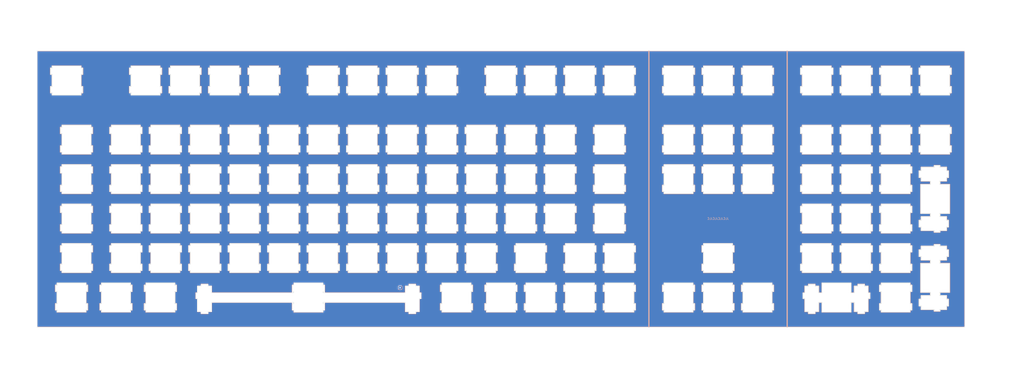
<source format=kicad_pcb>
(kicad_pcb (version 20210606) (generator pcbnew)
  (layers (0 "F.Cu" signal) (31 "B.Cu" signal) (34 "B.Paste" user) (35 "F.Paste" user) (36 "B.SilkS" user "B.Silkscreen") (37 "F.SilkS" user "F.Silkscreen") (38 "B.Mask" user) (39 "F.Mask" user) (44 "Edge.Cuts" user))
  (net 0 "")
  (footprint "blackwing:CUTOUT_CHERRY_MX_1.00u" (layer "F.Cu") (at 137.75 -14.25))
  (footprint "blackwing:CUTOUT_CHERRY_MX_2.00u_Vertical" (layer "F.Cu") (at 394.25 80.75))
  (footprint "blackwing:CUTOUT_CHERRY_MX_1.00u" (layer "F.Cu") (at 375.25 52.25))
  (footprint "blackwing:CUTOUT_CHERRY_MX_1.00u" (layer "F.Cu") (at 4.75 52.25))
  (footprint "blackwing:CUTOUT_CHERRY_MX_6.25u" (layer "F.Cu") (at 92.625 90.25))
  (footprint "blackwing:CUTOUT_CHERRY_MX_1.00u" (layer "F.Cu") (at 194.75 14.25))
  (footprint "blackwing:CUTOUT_CHERRY_MX_1.00u" (layer "F.Cu") (at 185.25 90.25))
  (footprint "blackwing:CUTOUT_CHERRY_MX_1.50u" (layer "F.Cu") (at -19 71.25))
  (footprint "blackwing:CUTOUT_CHERRY_MX_1.00u" (layer "F.Cu") (at 270.75 90.25))
  (footprint "blackwing:CUTOUT_CHERRY_MX_1.00u" (layer "F.Cu") (at 23.75 14.25))
  (footprint "blackwing:CUTOUT_CHERRY_MX_1.00u" (layer "F.Cu") (at 213.75 52.25))
  (footprint "blackwing:CUTOUT_CHERRY_MX_1.00u" (layer "F.Cu") (at 242.25 -14.25))
  (footprint "blackwing:CUTOUT_CHERRY_MX_1.00u" (layer "F.Cu") (at 80.75 52.25))
  (footprint "blackwing:CUTOUT_CHERRY_MX_1.00u" (layer "F.Cu") (at 156.75 33.25))
  (footprint "blackwing:CUTOUT_CHERRY_MX_1.00u" (layer "F.Cu") (at 394.25 14.25))
  (footprint "blackwing:CUTOUT_CHERRY_MX_1.00u" (layer "F.Cu") (at 0 90.25))
  (footprint "blackwing:CUTOUT_CHERRY_MX_1.00u" (layer "F.Cu") (at 4.75 33.25))
  (footprint "blackwing:CUTOUT_CHERRY_MX_1.00u" (layer "F.Cu") (at 23.75 52.25))
  (footprint "blackwing:CUTOUT_CHERRY_MX_1.50u" (layer "F.Cu") (at -19 52.25))
  (footprint "blackwing:CUTOUT_CHERRY_MX_1.00u" (layer "F.Cu") (at 33.25 -14.25))
  (footprint "blackwing:CUTOUT_CHERRY_MX_1.00u" (layer "F.Cu") (at 337.25 14.25))
  (footprint "blackwing:CUTOUT_CHERRY_MX_1.00u" (layer "F.Cu") (at 99.75 52.25))
  (footprint "blackwing:CUTOUT_CHERRY_MX_1.00u" (layer "F.Cu") (at 99.75 33.25))
  (footprint "blackwing:CUTOUT_CHERRY_MX_1.00u" (layer "F.Cu") (at 289.75 71.25))
  (footprint "blackwing:CUTOUT_CHERRY_MX_1.00u" (layer "F.Cu") (at 213.75 14.25))
  (footprint "blackwing:CUTOUT_CHERRY_MX_1.00u" (layer "F.Cu") (at 175.75 33.25))
  (footprint "blackwing:CUTOUT_CHERRY_MX_1.00u" (layer "F.Cu") (at 356.25 71.25))
  (footprint "blackwing:CUTOUT_CHERRY_MX_1.00u" (layer "F.Cu") (at 23.75 33.25))
  (footprint "blackwing:CUTOUT_CHERRY_MX_1.00u" (layer "F.Cu") (at 137.75 52.25))
  (footprint "blackwing:CUTOUT_CHERRY_MX_1.00u" (layer "F.Cu") (at 118.75 71.25))
  (footprint "blackwing:CUTOUT_CHERRY_MX_1.00u" (layer "F.Cu") (at 61.75 14.25))
  (footprint "blackwing:CUTOUT_CHERRY_MX_1.00u" (layer "F.Cu") (at 289.75 90.25))
  (footprint "blackwing:CUTOUT_CHERRY_MX_1.00u" (layer "F.Cu") (at 137.75 14.25))
  (footprint "blackwing:CUTOUT_CHERRY_MX_2.00u_Vertical" (layer "F.Cu") (at 394.25 42.75))
  (footprint "blackwing:CUTOUT_CHERRY_MX_1.00u" (layer "F.Cu") (at 356.25 33.25))
  (footprint "blackwing:CUTOUT_CHERRY_MX_1.00u" (layer "F.Cu") (at 270.75 33.25))
  (footprint "blackwing:CUTOUT_CHERRY_MX_1.00u" (layer "F.Cu") (at 375.25 71.25))
  (footprint "blackwing:CUTOUT_CHERRY_MX_1.00u" (layer "F.Cu") (at 204.25 -14.25))
  (footprint "blackwing:CUTOUT_CHERRY_MX_1.00u" (layer "F.Cu") (at 308.75 14.25))
  (footprint "blackwing:CUTOUT_CHERRY_MX_1.00u" (layer "F.Cu") (at 375.25 90.25))
  (footprint "blackwing:CUTOUT_CHERRY_MX_1.00u" (layer "F.Cu") (at 99.75 -14.25))
  (footprint "blackwing:CUTOUT_CHERRY_MX_1.00u" (layer "F.Cu") (at 137.75 33.25))
  (footprint "blackwing:CUTOUT_CHERRY_MX_1.00u" (layer "F.Cu") (at 375.25 33.25))
  (footprint "blackwing:CUTOUT_CHERRY_MX_1.00u" (layer "F.Cu") (at 356.25 52.25))
  (footprint "blackwing:CUTOUT_CHERRY_MX_1.00u" (layer "F.Cu") (at 223.25 90.25))
  (footprint "blackwing:CUTOUT_CHERRY_MX_1.00u" (layer "F.Cu") (at 156.75 -14.25))
  (footprint "blackwing:CUTOUT_CHERRY_MX_1.00u" (layer "F.Cu") (at 185.25 -14.25))
  (footprint "blackwing:CUTOUT_CHERRY_MX_1.00u" (layer "F.Cu") (at 4.75 71.25))
  (footprint "blackwing:CUTOUT_CHERRY_MX_1.00u" (layer "F.Cu") (at 175.75 71.25))
  (footprint "blackwing:CUTOUT_CHERRY_MX_1.00u" (layer "F.Cu") (at 23.75 71.25))
  (footprint "blackwing:CUTOUT_CHERRY_MX_1.00u" (layer "F.Cu") (at 80.75 33.25))
  (footprint "blackwing:CUTOUT_CHERRY_MX_1.00u" (layer "F.Cu") (at 42.75 33.25))
  (footprint "blackwing:CUTOUT_CHERRY_MX_1.00u" (layer "F.Cu") (at 52.25 -14.25))
  (footprint "blackwing:CUTOUT_CHERRY_MX_1.50u" (layer "F.Cu") (at 237.5 14.25))
  (footprint "blackwing:CUTOUT_CHERRY_MX_1.25u" (layer "F.Cu") (at 21.375 90.25))
  (footprint "blackwing:CUTOUT_CHERRY_MX_1.00u" (layer "F.Cu") (at 204.25 90.25))
  (footprint "blackwing:CUTOUT_CHERRY_MX_1.00u" (layer "F.Cu") (at 223.25 -14.25))
  (footprint "blackwing:CUTOUT_CHERRY_MX_1.00u" (layer "F.Cu") (at 375.25 14.25))
  (footprint "blackwing:CUTOUT_CHERRY_MX_1.00u" (layer "F.Cu") (at 270.75 14.25))
  (footprint "blackwing:CUTOUT_CHERRY_MX_1.25u" (layer "F.Cu") (at 163.875 90.25))
  (footprint "blackwing:CUTOUT_CHERRY_MX_1.00u" (layer "F.Cu") (at 61.75 33.25))
  (footprint "blackwing:CUTOUT_CHERRY_MX_1.00u" (layer "F.Cu") (at 270.75 -14.25))
  (footprint "blackwing:CUTOUT_CHERRY_MX_1.00u" (layer "F.Cu") (at 156.75 71.25))
  (footprint "blackwing:CUTOUT_CHERRY_MX_1.00u" (layer "F.Cu") (at 194.75 52.25))
  (footprint "blackwing:CUTOUT_CHERRY_MX_1.00u" (layer "F.Cu") (at 394.25 -14.25))
  (footprint "blackwing:CUTOUT_CHERRY_MX_1.00u" (layer "F.Cu") (at 337.25 71.25))
  (footprint "blackwing:CUTOUT_CHERRY_MX_1.00u" (layer "F.Cu") (at 242.25 71.25))
  (footprint "blackwing:CUTOUT_CHERRY_MX_1.00u" (layer "F.Cu") (at 308.75 -14.25))
  (footprint "blackwing:CUTOUT_CHERRY_MX_1.00u" (layer "F.Cu") (at 356.25 -14.25))
  (footprint "blackwing:CUTOUT_CHERRY_MX_1.00u" (layer "F.Cu") (at 80.75 14.25))
  (footprint "blackwing:CUTOUT_CHERRY_MX_1.50u" (layer "F.Cu") (at 237.5 52.25))
  (footprint "blackwing:CUTOUT_CHERRY_MX_1.00u" (layer "F.Cu") (at 118.75 33.25))
  (footprint "blackwing:CUTOUT_CHERRY_MX_1.00u" (layer "F.Cu") (at 337.25 52.25))
  (footprint "blackwing:CUTOUT_CHERRY_MX_1.00u" (layer "F.Cu") (at 156.75 14.25))
  (footprint "blackwing:CUTOUT_CHERRY_MX_1.00u" (layer "F.Cu") (at 213.75 33.25))
  (footprint "blackwing:CUTOUT_CHERRY_MX_1.00u" (layer "F.Cu") (at 14.25 -14.25))
  (footprint "blackwing:CUTOUT_CHERRY_MX_1.00u" (layer "F.Cu") (at 308.75 33.25))
  (footprint "blackwing:CUTOUT_CHERRY_MX_1.00u" (layer "F.Cu") (at 137.75 71.25))
  (footprint "blackwing:CUTOUT_CHERRY_MX_1.00u" (layer "F.Cu") (at 289.75 14.25))
  (footprint "blackwing:CUTOUT_CHERRY_MX_1.00u" (layer "F.Cu") (at 42.75 52.25))
  (footprint "blackwing:CUTOUT_CHERRY_MX_1.00u" (layer "F.Cu") (at 194.75 33.25))
  (footprint "blackwing:CUTOUT_CHERRY_MX_1.50u" (layer "F.Cu") (at -19 33.25))
  (footprint "blackwing:CUTOUT_CHERRY_MX_1.00u" (layer "F.Cu") (at 289.75 -14.25))
  (footprint "blackwing:CUTOUT_CHERRY_MX_1.00u" (layer "F.Cu") (at 80.75 71.25))
  (footprint "blackwing:CUTOUT_CHERRY_MX_1.00u" (layer "F.Cu") (at 156.75 52.25))
  (footprint "blackwing:CUTOUT_CHERRY_MX_1.00u" (layer "F.Cu") (at 175.75 52.25))
  (footprint "blackwing:CUTOUT_CHERRY_MX_1.00u" (layer "F.Cu") (at 308.75 90.25))
  (footprint "blackwing:CUTOUT_CHERRY_MX_1.00u" (layer "F.Cu") (at 61.75 52.25))
  (footprint "blackwing:CUTOUT_CHERRY_MX_1.50u" (layer "F.Cu") (at 237.5 33.25))
  (footprint "blackwing:CUTOUT_CHERRY_MX_1.00u" (layer "F.Cu") (at 118.75 14.25))
  (footprint "blackwing:CUTOUT_CHERRY_MX_2.00u" (layer "F.Cu") (at 346.75 90.25))
  (footprint "blackwing:CUTOUT_CHERRY_MX_1.00u" (layer "F.Cu") (at 242.25 90.25))
  (footprint "blackwing:CUTOUT_CHERRY_MX_1.00u" (layer "F.Cu") (at 4.75 14.25))
  (footprint "blackwing:CUTOUT_CHERRY_MX_1.00u" (layer "F.Cu") (at 223.25 71.25))
  (footprint "blackwing:CUTOUT_CHERRY_MX_1.00u" (layer "F.Cu") (at 289.75 33.25))
  (footprint "blackwing:CUTOUT_CHERRY_MX_1.00u" (layer "F.Cu") (at 99.75 71.25))
  (footprint "blackwing:CUTOUT_CHERRY_MX_1.25u" (layer "F.Cu") (at -21.375 90.25))
  (footprint "blackwing:CUTOUT_CHERRY_MX_1.00u" (layer "F.Cu") (at 337.25 -14.25))
  (footprint "blackwing:CUTOUT_CHERRY_MX_1.50u" (layer "F.Cu") (at -19 14.25))
  (footprint "blackwing:CUTOUT_CHERRY_MX_1.00u" (layer "F.Cu") (at 356.25 14.25))
  (footprint "blackwing:CUTOUT_CHERRY_MX_1.00u" (layer "F.Cu") (at 118.75 52.25))
  (footprint "Connector_Wire:SolderWire-0.1sqmm_1x01_D0.4mm_OD1mm" (layer "F.Cu") (at 134.2225 90.58))
  (footprint "blackwing:CUTOUT_CHERRY_MX_1.00u" (layer "F.Cu") (at 118.75 -14.25))
  (footprint "blackwing:CUTOUT_CHERRY_MX_1.00u" (layer "F.Cu") (at 337.25 33.25))
  (footprint "blackwing:CUTOUT_CHERRY_MX_1.00u" (layer "F.Cu") (at 42.75 71.25))
  (footprint "blackwing:CUTOUT_CHERRY_MX_1.00u" (layer "F.Cu") (at 175.75 14.25))
  (footprint "blackwing:CUTOUT_CHERRY_MX_1.00u" (layer "F.Cu") (at 71.25 -14.25))
  (footprint "blackwing:CUTOUT_CHERRY_MX_1.00u" (layer "F.Cu") (at 61.75 71.25))
  (footprint "blackwing:CUTOUT_CHERRY_MX_1.00u" (layer "F.Cu") (at 375.25 -14.25))
  (footprint "blackwing:CUTOUT_CHERRY_MX_1.50u" (layer "F.Cu") (at 199.5 71.25))
  (footprint "blackwing:CUTOUT_CHERRY_MX_1.00u" (layer "F.Cu") (at 99.75 14.25))
  (footprint "blackwing:CUTOUT_CHERRY_MX_1.00u" (layer "F.Cu") (at -23.75 -14.25))
  (footprint "blackwing:CUTOUT_CHERRY_MX_1.00u" (layer "F.Cu") (at 42.75 14.25))
  (gr_rect (start 320.2225 -23.42) (end 320.6975 109.58) (layer "B.SilkS") (width 0.1) (fill solid))
  (gr_rect (start 253.7225 -23.42) (end 254.1975 109.58) (layer "B.SilkS") (width 0.1) (fill solid))
  (gr_line (start 253.7225 -23.42) (end 254.1975 -23.42) (layer "Edge.Cuts") (width 0.1))
  (gr_line (start -40.54 109.58) (end -40.54 -23.42) (layer "Edge.Cuts") (width 0.1))
  (gr_line (start 254.1975 109.58) (end 253.7225 109.58) (layer "Edge.Cuts") (width 0.1))
  (gr_line (start 320.2225 -23.42) (end 254.1975 -23.42) (layer "Edge.Cuts") (width 0.1))
  (gr_line (start 405.96 109.58) (end 405.96 -23.42) (layer "Edge.Cuts") (width 0.1))
  (gr_line (start 405.96 -23.42) (end 320.6975 -23.42) (layer "Edge.Cuts") (width 0.1))
  (gr_line (start 254.1975 109.58) (end 320.2225 109.58) (layer "Edge.Cuts") (width 0.1))
  (gr_line (start 253.7225 109.58) (end -40.54 109.58) (layer "Edge.Cuts") (width 0.1))
  (gr_line (start 253.7225 -23.42) (end -40.54 -23.42) (layer "Edge.Cuts") (width 0.1))
  (gr_line (start 320.6975 109.58) (end 405.96 109.58) (layer "Edge.Cuts") (width 0.1))
  (gr_line (start 320.2225 109.58) (end 320.6975 109.58) (layer "Edge.Cuts") (width 0.1))
  (gr_line (start 320.2225 -23.42) (end 320.6975 -23.42) (layer "Edge.Cuts") (width 0.1))
  (gr_text "JLCJLCJLCJLC" (at 287.210001 57.33) (layer "B.SilkS") (effects (font (size 1 1)) (justify mirror)))
  (zone (net 0) (net_name "") (layers F&B.Cu) (connect_pads (clearance 0.254)) (min_thickness 0.254) (fill yes (thermal_gap 0.508) (thermal_bridge_width 0.508))
    (polygon (pts (xy 434.46 136.8925) (xy -58.3525 134.9925) (xy -54.0775 -41.945) (xy 420.4475 -47.8825)))
  )
)
</source>
